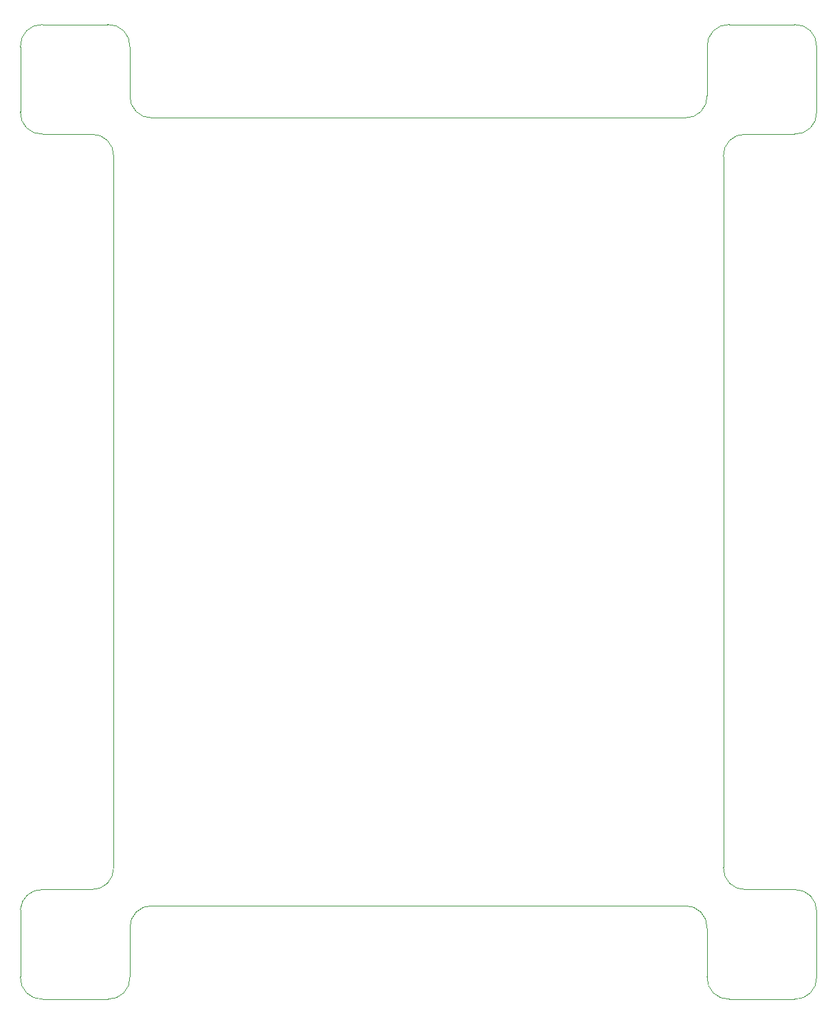
<source format=gbr>
%TF.GenerationSoftware,KiCad,Pcbnew,(6.0.9)*%
%TF.CreationDate,2022-12-13T13:02:29-05:00*%
%TF.ProjectId,Team5_Coaster_post_mdr,5465616d-355f-4436-9f61-737465725f70,rev?*%
%TF.SameCoordinates,Original*%
%TF.FileFunction,Profile,NP*%
%FSLAX46Y46*%
G04 Gerber Fmt 4.6, Leading zero omitted, Abs format (unit mm)*
G04 Created by KiCad (PCBNEW (6.0.9)) date 2022-12-13 13:02:29*
%MOMM*%
%LPD*%
G01*
G04 APERTURE LIST*
%TA.AperFunction,Profile*%
%ADD10C,0.100000*%
%TD*%
G04 APERTURE END LIST*
D10*
X173114399Y-167999999D02*
G75*
G03*
X175864399Y-165250000I114401J2635599D01*
G01*
X173114399Y-154500000D02*
X167114399Y-154500000D01*
X88500000Y-168000000D02*
G75*
G03*
X91250000Y-165250000I114400J2635600D01*
G01*
X167114399Y-61499999D02*
G75*
G03*
X164364399Y-64250000I-114399J-2635601D01*
G01*
X162364399Y-165250000D02*
X162364399Y-159250000D01*
X91250000Y-165250000D02*
X91250000Y-159250000D01*
X175864399Y-50750000D02*
X175864399Y-58750000D01*
X173114399Y-48000000D02*
X165114399Y-48000000D01*
X86500000Y-154500000D02*
G75*
G03*
X89250000Y-151750000I114400J2635600D01*
G01*
X162364399Y-50750000D02*
X162364399Y-56750000D01*
X164364399Y-151750000D02*
X164364399Y-65000000D01*
X77750000Y-165250000D02*
X77750000Y-157000000D01*
X77750000Y-58750000D02*
G75*
G03*
X80500000Y-61500000I2635600J-114400D01*
G01*
X80500000Y-61500000D02*
X86500000Y-61500000D01*
X80499998Y-154500047D02*
G75*
G03*
X77750000Y-157000000I-114498J-2636553D01*
G01*
X164364399Y-65000000D02*
X164364399Y-64250000D01*
X162364400Y-165250000D02*
G75*
G03*
X165114399Y-168000000I2635600J-114400D01*
G01*
X80500000Y-168000000D02*
X88500000Y-168000000D01*
X173114399Y-168000000D02*
X165114399Y-168000000D01*
X94000000Y-59500000D02*
X159614399Y-59500000D01*
X91250000Y-50750000D02*
G75*
G03*
X88500000Y-48000000I-2635600J114400D01*
G01*
X77750000Y-50750000D02*
X77750000Y-58750000D01*
X164364400Y-151750000D02*
G75*
G03*
X167114399Y-154500000I2635600J-114400D01*
G01*
X89250000Y-64250000D02*
X89250000Y-151750000D01*
X175864400Y-157250000D02*
G75*
G03*
X173114399Y-154500000I-2635600J114400D01*
G01*
X173114399Y-61500000D02*
X167114399Y-61500000D01*
X165114399Y-47999999D02*
G75*
G03*
X162364399Y-50750000I-114399J-2635601D01*
G01*
X175864399Y-165250000D02*
X175864399Y-157250000D01*
X173114399Y-61499999D02*
G75*
G03*
X175864399Y-58750000I114401J2635599D01*
G01*
X77750000Y-165250000D02*
G75*
G03*
X80500000Y-168000000I2635600J-114400D01*
G01*
X91250000Y-56750000D02*
G75*
G03*
X94000000Y-59500000I2635600J-114400D01*
G01*
X175864400Y-50750000D02*
G75*
G03*
X173114399Y-48000000I-2635600J114400D01*
G01*
X80500000Y-48000000D02*
X88500000Y-48000000D01*
X159614399Y-59499999D02*
G75*
G03*
X162364399Y-56750000I114401J2635599D01*
G01*
X162364400Y-159250000D02*
G75*
G03*
X159614399Y-156500000I-2635600J114400D01*
G01*
X89250000Y-64250000D02*
G75*
G03*
X86500000Y-61500000I-2635600J114400D01*
G01*
X80500000Y-154500000D02*
X86500000Y-154500000D01*
X80500000Y-48000000D02*
G75*
G03*
X77750000Y-50750000I-114400J-2635600D01*
G01*
X91250000Y-50750000D02*
X91250000Y-56750000D01*
X94000000Y-156500000D02*
G75*
G03*
X91250000Y-159250000I-114400J-2635600D01*
G01*
X94000000Y-156500000D02*
X159614399Y-156500000D01*
M02*

</source>
